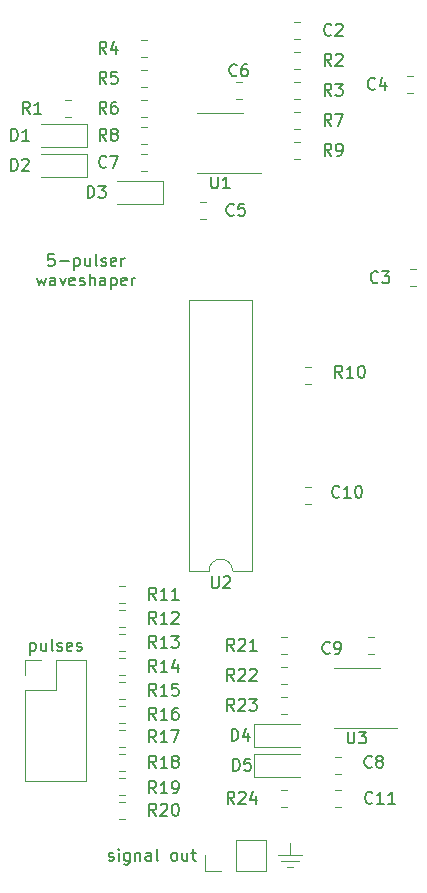
<source format=gbr>
G04 #@! TF.GenerationSoftware,KiCad,Pcbnew,5.1.6-c6e7f7d~86~ubuntu18.04.1*
G04 #@! TF.CreationDate,2020-06-20T09:56:21-04:00*
G04 #@! TF.ProjectId,five_pulser_board,66697665-5f70-4756-9c73-65725f626f61,rev?*
G04 #@! TF.SameCoordinates,Original*
G04 #@! TF.FileFunction,Legend,Top*
G04 #@! TF.FilePolarity,Positive*
%FSLAX46Y46*%
G04 Gerber Fmt 4.6, Leading zero omitted, Abs format (unit mm)*
G04 Created by KiCad (PCBNEW 5.1.6-c6e7f7d~86~ubuntu18.04.1) date 2020-06-20 09:56:21*
%MOMM*%
%LPD*%
G01*
G04 APERTURE LIST*
%ADD10C,0.120000*%
%ADD11C,0.150000*%
G04 APERTURE END LIST*
D10*
X101092000Y-113030000D02*
X101092000Y-112014000D01*
X101854000Y-113030000D02*
X102108000Y-113030000D01*
X101600000Y-113538000D02*
X101854000Y-113538000D01*
X101092000Y-114046000D02*
X101346000Y-114046000D01*
X101600000Y-113030000D02*
X101854000Y-113030000D01*
X101346000Y-113538000D02*
X101600000Y-113538000D01*
X100838000Y-114046000D02*
X101092000Y-114046000D01*
X100330000Y-113538000D02*
X101346000Y-113538000D01*
X100076000Y-113030000D02*
X101600000Y-113030000D01*
D11*
X85765142Y-113434761D02*
X85860380Y-113482380D01*
X86050857Y-113482380D01*
X86146095Y-113434761D01*
X86193714Y-113339523D01*
X86193714Y-113291904D01*
X86146095Y-113196666D01*
X86050857Y-113149047D01*
X85908000Y-113149047D01*
X85812761Y-113101428D01*
X85765142Y-113006190D01*
X85765142Y-112958571D01*
X85812761Y-112863333D01*
X85908000Y-112815714D01*
X86050857Y-112815714D01*
X86146095Y-112863333D01*
X86622285Y-113482380D02*
X86622285Y-112815714D01*
X86622285Y-112482380D02*
X86574666Y-112530000D01*
X86622285Y-112577619D01*
X86669904Y-112530000D01*
X86622285Y-112482380D01*
X86622285Y-112577619D01*
X87527047Y-112815714D02*
X87527047Y-113625238D01*
X87479428Y-113720476D01*
X87431809Y-113768095D01*
X87336571Y-113815714D01*
X87193714Y-113815714D01*
X87098476Y-113768095D01*
X87527047Y-113434761D02*
X87431809Y-113482380D01*
X87241333Y-113482380D01*
X87146095Y-113434761D01*
X87098476Y-113387142D01*
X87050857Y-113291904D01*
X87050857Y-113006190D01*
X87098476Y-112910952D01*
X87146095Y-112863333D01*
X87241333Y-112815714D01*
X87431809Y-112815714D01*
X87527047Y-112863333D01*
X88003238Y-112815714D02*
X88003238Y-113482380D01*
X88003238Y-112910952D02*
X88050857Y-112863333D01*
X88146095Y-112815714D01*
X88288952Y-112815714D01*
X88384190Y-112863333D01*
X88431809Y-112958571D01*
X88431809Y-113482380D01*
X89336571Y-113482380D02*
X89336571Y-112958571D01*
X89288952Y-112863333D01*
X89193714Y-112815714D01*
X89003238Y-112815714D01*
X88908000Y-112863333D01*
X89336571Y-113434761D02*
X89241333Y-113482380D01*
X89003238Y-113482380D01*
X88908000Y-113434761D01*
X88860380Y-113339523D01*
X88860380Y-113244285D01*
X88908000Y-113149047D01*
X89003238Y-113101428D01*
X89241333Y-113101428D01*
X89336571Y-113053809D01*
X89955619Y-113482380D02*
X89860380Y-113434761D01*
X89812761Y-113339523D01*
X89812761Y-112482380D01*
X91241333Y-113482380D02*
X91146095Y-113434761D01*
X91098476Y-113387142D01*
X91050857Y-113291904D01*
X91050857Y-113006190D01*
X91098476Y-112910952D01*
X91146095Y-112863333D01*
X91241333Y-112815714D01*
X91384190Y-112815714D01*
X91479428Y-112863333D01*
X91527047Y-112910952D01*
X91574666Y-113006190D01*
X91574666Y-113291904D01*
X91527047Y-113387142D01*
X91479428Y-113434761D01*
X91384190Y-113482380D01*
X91241333Y-113482380D01*
X92431809Y-112815714D02*
X92431809Y-113482380D01*
X92003238Y-112815714D02*
X92003238Y-113339523D01*
X92050857Y-113434761D01*
X92146095Y-113482380D01*
X92288952Y-113482380D01*
X92384190Y-113434761D01*
X92431809Y-113387142D01*
X92765142Y-112815714D02*
X93146095Y-112815714D01*
X92908000Y-112482380D02*
X92908000Y-113339523D01*
X92955619Y-113434761D01*
X93050857Y-113482380D01*
X93146095Y-113482380D01*
X79113333Y-95035714D02*
X79113333Y-96035714D01*
X79113333Y-95083333D02*
X79208571Y-95035714D01*
X79399047Y-95035714D01*
X79494285Y-95083333D01*
X79541904Y-95130952D01*
X79589523Y-95226190D01*
X79589523Y-95511904D01*
X79541904Y-95607142D01*
X79494285Y-95654761D01*
X79399047Y-95702380D01*
X79208571Y-95702380D01*
X79113333Y-95654761D01*
X80446666Y-95035714D02*
X80446666Y-95702380D01*
X80018095Y-95035714D02*
X80018095Y-95559523D01*
X80065714Y-95654761D01*
X80160952Y-95702380D01*
X80303809Y-95702380D01*
X80399047Y-95654761D01*
X80446666Y-95607142D01*
X81065714Y-95702380D02*
X80970476Y-95654761D01*
X80922857Y-95559523D01*
X80922857Y-94702380D01*
X81399047Y-95654761D02*
X81494285Y-95702380D01*
X81684761Y-95702380D01*
X81780000Y-95654761D01*
X81827619Y-95559523D01*
X81827619Y-95511904D01*
X81780000Y-95416666D01*
X81684761Y-95369047D01*
X81541904Y-95369047D01*
X81446666Y-95321428D01*
X81399047Y-95226190D01*
X81399047Y-95178571D01*
X81446666Y-95083333D01*
X81541904Y-95035714D01*
X81684761Y-95035714D01*
X81780000Y-95083333D01*
X82637142Y-95654761D02*
X82541904Y-95702380D01*
X82351428Y-95702380D01*
X82256190Y-95654761D01*
X82208571Y-95559523D01*
X82208571Y-95178571D01*
X82256190Y-95083333D01*
X82351428Y-95035714D01*
X82541904Y-95035714D01*
X82637142Y-95083333D01*
X82684761Y-95178571D01*
X82684761Y-95273809D01*
X82208571Y-95369047D01*
X83065714Y-95654761D02*
X83160952Y-95702380D01*
X83351428Y-95702380D01*
X83446666Y-95654761D01*
X83494285Y-95559523D01*
X83494285Y-95511904D01*
X83446666Y-95416666D01*
X83351428Y-95369047D01*
X83208571Y-95369047D01*
X83113333Y-95321428D01*
X83065714Y-95226190D01*
X83065714Y-95178571D01*
X83113333Y-95083333D01*
X83208571Y-95035714D01*
X83351428Y-95035714D01*
X83446666Y-95083333D01*
X81129523Y-62127380D02*
X80653333Y-62127380D01*
X80605714Y-62603571D01*
X80653333Y-62555952D01*
X80748571Y-62508333D01*
X80986666Y-62508333D01*
X81081904Y-62555952D01*
X81129523Y-62603571D01*
X81177142Y-62698809D01*
X81177142Y-62936904D01*
X81129523Y-63032142D01*
X81081904Y-63079761D01*
X80986666Y-63127380D01*
X80748571Y-63127380D01*
X80653333Y-63079761D01*
X80605714Y-63032142D01*
X81605714Y-62746428D02*
X82367619Y-62746428D01*
X82843809Y-62460714D02*
X82843809Y-63460714D01*
X82843809Y-62508333D02*
X82939047Y-62460714D01*
X83129523Y-62460714D01*
X83224761Y-62508333D01*
X83272380Y-62555952D01*
X83320000Y-62651190D01*
X83320000Y-62936904D01*
X83272380Y-63032142D01*
X83224761Y-63079761D01*
X83129523Y-63127380D01*
X82939047Y-63127380D01*
X82843809Y-63079761D01*
X84177142Y-62460714D02*
X84177142Y-63127380D01*
X83748571Y-62460714D02*
X83748571Y-62984523D01*
X83796190Y-63079761D01*
X83891428Y-63127380D01*
X84034285Y-63127380D01*
X84129523Y-63079761D01*
X84177142Y-63032142D01*
X84796190Y-63127380D02*
X84700952Y-63079761D01*
X84653333Y-62984523D01*
X84653333Y-62127380D01*
X85129523Y-63079761D02*
X85224761Y-63127380D01*
X85415238Y-63127380D01*
X85510476Y-63079761D01*
X85558095Y-62984523D01*
X85558095Y-62936904D01*
X85510476Y-62841666D01*
X85415238Y-62794047D01*
X85272380Y-62794047D01*
X85177142Y-62746428D01*
X85129523Y-62651190D01*
X85129523Y-62603571D01*
X85177142Y-62508333D01*
X85272380Y-62460714D01*
X85415238Y-62460714D01*
X85510476Y-62508333D01*
X86367619Y-63079761D02*
X86272380Y-63127380D01*
X86081904Y-63127380D01*
X85986666Y-63079761D01*
X85939047Y-62984523D01*
X85939047Y-62603571D01*
X85986666Y-62508333D01*
X86081904Y-62460714D01*
X86272380Y-62460714D01*
X86367619Y-62508333D01*
X86415238Y-62603571D01*
X86415238Y-62698809D01*
X85939047Y-62794047D01*
X86843809Y-63127380D02*
X86843809Y-62460714D01*
X86843809Y-62651190D02*
X86891428Y-62555952D01*
X86939047Y-62508333D01*
X87034285Y-62460714D01*
X87129523Y-62460714D01*
X79677142Y-64110714D02*
X79867619Y-64777380D01*
X80058095Y-64301190D01*
X80248571Y-64777380D01*
X80439047Y-64110714D01*
X81248571Y-64777380D02*
X81248571Y-64253571D01*
X81200952Y-64158333D01*
X81105714Y-64110714D01*
X80915238Y-64110714D01*
X80820000Y-64158333D01*
X81248571Y-64729761D02*
X81153333Y-64777380D01*
X80915238Y-64777380D01*
X80820000Y-64729761D01*
X80772380Y-64634523D01*
X80772380Y-64539285D01*
X80820000Y-64444047D01*
X80915238Y-64396428D01*
X81153333Y-64396428D01*
X81248571Y-64348809D01*
X81629523Y-64110714D02*
X81867619Y-64777380D01*
X82105714Y-64110714D01*
X82867619Y-64729761D02*
X82772380Y-64777380D01*
X82581904Y-64777380D01*
X82486666Y-64729761D01*
X82439047Y-64634523D01*
X82439047Y-64253571D01*
X82486666Y-64158333D01*
X82581904Y-64110714D01*
X82772380Y-64110714D01*
X82867619Y-64158333D01*
X82915238Y-64253571D01*
X82915238Y-64348809D01*
X82439047Y-64444047D01*
X83296190Y-64729761D02*
X83391428Y-64777380D01*
X83581904Y-64777380D01*
X83677142Y-64729761D01*
X83724761Y-64634523D01*
X83724761Y-64586904D01*
X83677142Y-64491666D01*
X83581904Y-64444047D01*
X83439047Y-64444047D01*
X83343809Y-64396428D01*
X83296190Y-64301190D01*
X83296190Y-64253571D01*
X83343809Y-64158333D01*
X83439047Y-64110714D01*
X83581904Y-64110714D01*
X83677142Y-64158333D01*
X84153333Y-64777380D02*
X84153333Y-63777380D01*
X84581904Y-64777380D02*
X84581904Y-64253571D01*
X84534285Y-64158333D01*
X84439047Y-64110714D01*
X84296190Y-64110714D01*
X84200952Y-64158333D01*
X84153333Y-64205952D01*
X85486666Y-64777380D02*
X85486666Y-64253571D01*
X85439047Y-64158333D01*
X85343809Y-64110714D01*
X85153333Y-64110714D01*
X85058095Y-64158333D01*
X85486666Y-64729761D02*
X85391428Y-64777380D01*
X85153333Y-64777380D01*
X85058095Y-64729761D01*
X85010476Y-64634523D01*
X85010476Y-64539285D01*
X85058095Y-64444047D01*
X85153333Y-64396428D01*
X85391428Y-64396428D01*
X85486666Y-64348809D01*
X85962857Y-64110714D02*
X85962857Y-65110714D01*
X85962857Y-64158333D02*
X86058095Y-64110714D01*
X86248571Y-64110714D01*
X86343809Y-64158333D01*
X86391428Y-64205952D01*
X86439047Y-64301190D01*
X86439047Y-64586904D01*
X86391428Y-64682142D01*
X86343809Y-64729761D01*
X86248571Y-64777380D01*
X86058095Y-64777380D01*
X85962857Y-64729761D01*
X87248571Y-64729761D02*
X87153333Y-64777380D01*
X86962857Y-64777380D01*
X86867619Y-64729761D01*
X86820000Y-64634523D01*
X86820000Y-64253571D01*
X86867619Y-64158333D01*
X86962857Y-64110714D01*
X87153333Y-64110714D01*
X87248571Y-64158333D01*
X87296190Y-64253571D01*
X87296190Y-64348809D01*
X86820000Y-64444047D01*
X87724761Y-64777380D02*
X87724761Y-64110714D01*
X87724761Y-64301190D02*
X87772380Y-64205952D01*
X87820000Y-64158333D01*
X87915238Y-64110714D01*
X88010476Y-64110714D01*
D10*
X78680000Y-106740000D02*
X83880000Y-106740000D01*
X78680000Y-99060000D02*
X78680000Y-106740000D01*
X83880000Y-96460000D02*
X83880000Y-106740000D01*
X78680000Y-99060000D02*
X81280000Y-99060000D01*
X81280000Y-99060000D02*
X81280000Y-96460000D01*
X81280000Y-96460000D02*
X83880000Y-96460000D01*
X78680000Y-97790000D02*
X78680000Y-96460000D01*
X78680000Y-96460000D02*
X80010000Y-96460000D01*
X106745000Y-97135000D02*
X104795000Y-97135000D01*
X106745000Y-97135000D02*
X108695000Y-97135000D01*
X106745000Y-102255000D02*
X104795000Y-102255000D01*
X106745000Y-102255000D02*
X110195000Y-102255000D01*
X96250000Y-88960000D02*
X97900000Y-88960000D01*
X97900000Y-88960000D02*
X97900000Y-65980000D01*
X97900000Y-65980000D02*
X92600000Y-65980000D01*
X92600000Y-65980000D02*
X92600000Y-88960000D01*
X92600000Y-88960000D02*
X94250000Y-88960000D01*
X94250000Y-88960000D02*
G75*
G02*
X96250000Y-88960000I1000000J0D01*
G01*
X95185000Y-50145000D02*
X93235000Y-50145000D01*
X95185000Y-50145000D02*
X97135000Y-50145000D01*
X95185000Y-55265000D02*
X93235000Y-55265000D01*
X95185000Y-55265000D02*
X98635000Y-55265000D01*
X100322748Y-107494000D02*
X100845252Y-107494000D01*
X100322748Y-108914000D02*
X100845252Y-108914000D01*
X100313748Y-99620000D02*
X100836252Y-99620000D01*
X100313748Y-101040000D02*
X100836252Y-101040000D01*
X100313748Y-97080000D02*
X100836252Y-97080000D01*
X100313748Y-98500000D02*
X100836252Y-98500000D01*
X100836252Y-95960000D02*
X100313748Y-95960000D01*
X100836252Y-94540000D02*
X100313748Y-94540000D01*
X87138252Y-109930000D02*
X86615748Y-109930000D01*
X87138252Y-108510000D02*
X86615748Y-108510000D01*
X86615748Y-106478000D02*
X87138252Y-106478000D01*
X86615748Y-107898000D02*
X87138252Y-107898000D01*
X87138252Y-105866000D02*
X86615748Y-105866000D01*
X87138252Y-104446000D02*
X86615748Y-104446000D01*
X86615748Y-102414000D02*
X87138252Y-102414000D01*
X86615748Y-103834000D02*
X87138252Y-103834000D01*
X87120252Y-101802000D02*
X86597748Y-101802000D01*
X87120252Y-100382000D02*
X86597748Y-100382000D01*
X86597748Y-98350000D02*
X87120252Y-98350000D01*
X86597748Y-99770000D02*
X87120252Y-99770000D01*
X87138252Y-97738000D02*
X86615748Y-97738000D01*
X87138252Y-96318000D02*
X86615748Y-96318000D01*
X86615748Y-94286000D02*
X87138252Y-94286000D01*
X86615748Y-95706000D02*
X87138252Y-95706000D01*
X87138252Y-93674000D02*
X86615748Y-93674000D01*
X87138252Y-92254000D02*
X86615748Y-92254000D01*
X86615748Y-90222000D02*
X87138252Y-90222000D01*
X86615748Y-91642000D02*
X87138252Y-91642000D01*
X102363748Y-71680000D02*
X102886252Y-71680000D01*
X102363748Y-73100000D02*
X102886252Y-73100000D01*
X101997252Y-54050000D02*
X101474748Y-54050000D01*
X101997252Y-52630000D02*
X101474748Y-52630000D01*
X88502748Y-51360000D02*
X89025252Y-51360000D01*
X88502748Y-52780000D02*
X89025252Y-52780000D01*
X101474748Y-50090000D02*
X101997252Y-50090000D01*
X101474748Y-51510000D02*
X101997252Y-51510000D01*
X89025252Y-50494000D02*
X88502748Y-50494000D01*
X89025252Y-49074000D02*
X88502748Y-49074000D01*
X89034252Y-47954000D02*
X88511748Y-47954000D01*
X89034252Y-46534000D02*
X88511748Y-46534000D01*
X89025252Y-45414000D02*
X88502748Y-45414000D01*
X89025252Y-43994000D02*
X88502748Y-43994000D01*
X101997252Y-48970000D02*
X101474748Y-48970000D01*
X101997252Y-47550000D02*
X101474748Y-47550000D01*
X101997252Y-46430000D02*
X101474748Y-46430000D01*
X101997252Y-45010000D02*
X101474748Y-45010000D01*
X82548252Y-50494000D02*
X82025748Y-50494000D01*
X82548252Y-49074000D02*
X82025748Y-49074000D01*
X99120000Y-114360000D02*
X99120000Y-111700000D01*
X96520000Y-114360000D02*
X99120000Y-114360000D01*
X96520000Y-111700000D02*
X99120000Y-111700000D01*
X96520000Y-114360000D02*
X96520000Y-111700000D01*
X95250000Y-114360000D02*
X93920000Y-114360000D01*
X93920000Y-114360000D02*
X93920000Y-113030000D01*
X98080000Y-104410000D02*
X98080000Y-106410000D01*
X98080000Y-106410000D02*
X101980000Y-106410000D01*
X98080000Y-104410000D02*
X101980000Y-104410000D01*
X98080000Y-101870000D02*
X98080000Y-103870000D01*
X98080000Y-103870000D02*
X101980000Y-103870000D01*
X98080000Y-101870000D02*
X101980000Y-101870000D01*
X90389000Y-57896000D02*
X90389000Y-55896000D01*
X90389000Y-55896000D02*
X86489000Y-55896000D01*
X90389000Y-57896000D02*
X86489000Y-57896000D01*
X83912000Y-55610000D02*
X83912000Y-53610000D01*
X83912000Y-53610000D02*
X80012000Y-53610000D01*
X83912000Y-55610000D02*
X80012000Y-55610000D01*
X83912000Y-53070000D02*
X83912000Y-51070000D01*
X83912000Y-51070000D02*
X80012000Y-51070000D01*
X83912000Y-53070000D02*
X80012000Y-53070000D01*
X104903748Y-107494000D02*
X105426252Y-107494000D01*
X104903748Y-108914000D02*
X105426252Y-108914000D01*
X102363748Y-81840000D02*
X102886252Y-81840000D01*
X102363748Y-83260000D02*
X102886252Y-83260000D01*
X107688748Y-94540000D02*
X108211252Y-94540000D01*
X107688748Y-95960000D02*
X108211252Y-95960000D01*
X104903748Y-104700000D02*
X105426252Y-104700000D01*
X104903748Y-106120000D02*
X105426252Y-106120000D01*
X88502748Y-53646000D02*
X89025252Y-53646000D01*
X88502748Y-55066000D02*
X89025252Y-55066000D01*
X96503748Y-47550000D02*
X97026252Y-47550000D01*
X96503748Y-48970000D02*
X97026252Y-48970000D01*
X93473748Y-57710000D02*
X93996252Y-57710000D01*
X93473748Y-59130000D02*
X93996252Y-59130000D01*
X111522252Y-48462000D02*
X110999748Y-48462000D01*
X111522252Y-47042000D02*
X110999748Y-47042000D01*
X111253748Y-63425000D02*
X111776252Y-63425000D01*
X111253748Y-64845000D02*
X111776252Y-64845000D01*
X101474748Y-42470000D02*
X101997252Y-42470000D01*
X101474748Y-43890000D02*
X101997252Y-43890000D01*
D11*
X105983095Y-102547380D02*
X105983095Y-103356904D01*
X106030714Y-103452142D01*
X106078333Y-103499761D01*
X106173571Y-103547380D01*
X106364047Y-103547380D01*
X106459285Y-103499761D01*
X106506904Y-103452142D01*
X106554523Y-103356904D01*
X106554523Y-102547380D01*
X106935476Y-102547380D02*
X107554523Y-102547380D01*
X107221190Y-102928333D01*
X107364047Y-102928333D01*
X107459285Y-102975952D01*
X107506904Y-103023571D01*
X107554523Y-103118809D01*
X107554523Y-103356904D01*
X107506904Y-103452142D01*
X107459285Y-103499761D01*
X107364047Y-103547380D01*
X107078333Y-103547380D01*
X106983095Y-103499761D01*
X106935476Y-103452142D01*
X94488095Y-89412380D02*
X94488095Y-90221904D01*
X94535714Y-90317142D01*
X94583333Y-90364761D01*
X94678571Y-90412380D01*
X94869047Y-90412380D01*
X94964285Y-90364761D01*
X95011904Y-90317142D01*
X95059523Y-90221904D01*
X95059523Y-89412380D01*
X95488095Y-89507619D02*
X95535714Y-89460000D01*
X95630952Y-89412380D01*
X95869047Y-89412380D01*
X95964285Y-89460000D01*
X96011904Y-89507619D01*
X96059523Y-89602857D01*
X96059523Y-89698095D01*
X96011904Y-89840952D01*
X95440476Y-90412380D01*
X96059523Y-90412380D01*
X94423095Y-55557380D02*
X94423095Y-56366904D01*
X94470714Y-56462142D01*
X94518333Y-56509761D01*
X94613571Y-56557380D01*
X94804047Y-56557380D01*
X94899285Y-56509761D01*
X94946904Y-56462142D01*
X94994523Y-56366904D01*
X94994523Y-55557380D01*
X95994523Y-56557380D02*
X95423095Y-56557380D01*
X95708809Y-56557380D02*
X95708809Y-55557380D01*
X95613571Y-55700238D01*
X95518333Y-55795476D01*
X95423095Y-55843095D01*
X96394142Y-108656380D02*
X96060809Y-108180190D01*
X95822714Y-108656380D02*
X95822714Y-107656380D01*
X96203666Y-107656380D01*
X96298904Y-107704000D01*
X96346523Y-107751619D01*
X96394142Y-107846857D01*
X96394142Y-107989714D01*
X96346523Y-108084952D01*
X96298904Y-108132571D01*
X96203666Y-108180190D01*
X95822714Y-108180190D01*
X96775095Y-107751619D02*
X96822714Y-107704000D01*
X96917952Y-107656380D01*
X97156047Y-107656380D01*
X97251285Y-107704000D01*
X97298904Y-107751619D01*
X97346523Y-107846857D01*
X97346523Y-107942095D01*
X97298904Y-108084952D01*
X96727476Y-108656380D01*
X97346523Y-108656380D01*
X98203666Y-107989714D02*
X98203666Y-108656380D01*
X97965571Y-107608761D02*
X97727476Y-108323047D01*
X98346523Y-108323047D01*
X96385142Y-100782380D02*
X96051809Y-100306190D01*
X95813714Y-100782380D02*
X95813714Y-99782380D01*
X96194666Y-99782380D01*
X96289904Y-99830000D01*
X96337523Y-99877619D01*
X96385142Y-99972857D01*
X96385142Y-100115714D01*
X96337523Y-100210952D01*
X96289904Y-100258571D01*
X96194666Y-100306190D01*
X95813714Y-100306190D01*
X96766095Y-99877619D02*
X96813714Y-99830000D01*
X96908952Y-99782380D01*
X97147047Y-99782380D01*
X97242285Y-99830000D01*
X97289904Y-99877619D01*
X97337523Y-99972857D01*
X97337523Y-100068095D01*
X97289904Y-100210952D01*
X96718476Y-100782380D01*
X97337523Y-100782380D01*
X97670857Y-99782380D02*
X98289904Y-99782380D01*
X97956571Y-100163333D01*
X98099428Y-100163333D01*
X98194666Y-100210952D01*
X98242285Y-100258571D01*
X98289904Y-100353809D01*
X98289904Y-100591904D01*
X98242285Y-100687142D01*
X98194666Y-100734761D01*
X98099428Y-100782380D01*
X97813714Y-100782380D01*
X97718476Y-100734761D01*
X97670857Y-100687142D01*
X96385142Y-98242380D02*
X96051809Y-97766190D01*
X95813714Y-98242380D02*
X95813714Y-97242380D01*
X96194666Y-97242380D01*
X96289904Y-97290000D01*
X96337523Y-97337619D01*
X96385142Y-97432857D01*
X96385142Y-97575714D01*
X96337523Y-97670952D01*
X96289904Y-97718571D01*
X96194666Y-97766190D01*
X95813714Y-97766190D01*
X96766095Y-97337619D02*
X96813714Y-97290000D01*
X96908952Y-97242380D01*
X97147047Y-97242380D01*
X97242285Y-97290000D01*
X97289904Y-97337619D01*
X97337523Y-97432857D01*
X97337523Y-97528095D01*
X97289904Y-97670952D01*
X96718476Y-98242380D01*
X97337523Y-98242380D01*
X97718476Y-97337619D02*
X97766095Y-97290000D01*
X97861333Y-97242380D01*
X98099428Y-97242380D01*
X98194666Y-97290000D01*
X98242285Y-97337619D01*
X98289904Y-97432857D01*
X98289904Y-97528095D01*
X98242285Y-97670952D01*
X97670857Y-98242380D01*
X98289904Y-98242380D01*
X96385142Y-95702380D02*
X96051809Y-95226190D01*
X95813714Y-95702380D02*
X95813714Y-94702380D01*
X96194666Y-94702380D01*
X96289904Y-94750000D01*
X96337523Y-94797619D01*
X96385142Y-94892857D01*
X96385142Y-95035714D01*
X96337523Y-95130952D01*
X96289904Y-95178571D01*
X96194666Y-95226190D01*
X95813714Y-95226190D01*
X96766095Y-94797619D02*
X96813714Y-94750000D01*
X96908952Y-94702380D01*
X97147047Y-94702380D01*
X97242285Y-94750000D01*
X97289904Y-94797619D01*
X97337523Y-94892857D01*
X97337523Y-94988095D01*
X97289904Y-95130952D01*
X96718476Y-95702380D01*
X97337523Y-95702380D01*
X98289904Y-95702380D02*
X97718476Y-95702380D01*
X98004190Y-95702380D02*
X98004190Y-94702380D01*
X97908952Y-94845238D01*
X97813714Y-94940476D01*
X97718476Y-94988095D01*
X89781142Y-109672380D02*
X89447809Y-109196190D01*
X89209714Y-109672380D02*
X89209714Y-108672380D01*
X89590666Y-108672380D01*
X89685904Y-108720000D01*
X89733523Y-108767619D01*
X89781142Y-108862857D01*
X89781142Y-109005714D01*
X89733523Y-109100952D01*
X89685904Y-109148571D01*
X89590666Y-109196190D01*
X89209714Y-109196190D01*
X90162095Y-108767619D02*
X90209714Y-108720000D01*
X90304952Y-108672380D01*
X90543047Y-108672380D01*
X90638285Y-108720000D01*
X90685904Y-108767619D01*
X90733523Y-108862857D01*
X90733523Y-108958095D01*
X90685904Y-109100952D01*
X90114476Y-109672380D01*
X90733523Y-109672380D01*
X91352571Y-108672380D02*
X91447809Y-108672380D01*
X91543047Y-108720000D01*
X91590666Y-108767619D01*
X91638285Y-108862857D01*
X91685904Y-109053333D01*
X91685904Y-109291428D01*
X91638285Y-109481904D01*
X91590666Y-109577142D01*
X91543047Y-109624761D01*
X91447809Y-109672380D01*
X91352571Y-109672380D01*
X91257333Y-109624761D01*
X91209714Y-109577142D01*
X91162095Y-109481904D01*
X91114476Y-109291428D01*
X91114476Y-109053333D01*
X91162095Y-108862857D01*
X91209714Y-108767619D01*
X91257333Y-108720000D01*
X91352571Y-108672380D01*
X89781142Y-107767380D02*
X89447809Y-107291190D01*
X89209714Y-107767380D02*
X89209714Y-106767380D01*
X89590666Y-106767380D01*
X89685904Y-106815000D01*
X89733523Y-106862619D01*
X89781142Y-106957857D01*
X89781142Y-107100714D01*
X89733523Y-107195952D01*
X89685904Y-107243571D01*
X89590666Y-107291190D01*
X89209714Y-107291190D01*
X90733523Y-107767380D02*
X90162095Y-107767380D01*
X90447809Y-107767380D02*
X90447809Y-106767380D01*
X90352571Y-106910238D01*
X90257333Y-107005476D01*
X90162095Y-107053095D01*
X91209714Y-107767380D02*
X91400190Y-107767380D01*
X91495428Y-107719761D01*
X91543047Y-107672142D01*
X91638285Y-107529285D01*
X91685904Y-107338809D01*
X91685904Y-106957857D01*
X91638285Y-106862619D01*
X91590666Y-106815000D01*
X91495428Y-106767380D01*
X91304952Y-106767380D01*
X91209714Y-106815000D01*
X91162095Y-106862619D01*
X91114476Y-106957857D01*
X91114476Y-107195952D01*
X91162095Y-107291190D01*
X91209714Y-107338809D01*
X91304952Y-107386428D01*
X91495428Y-107386428D01*
X91590666Y-107338809D01*
X91638285Y-107291190D01*
X91685904Y-107195952D01*
X89781142Y-105608380D02*
X89447809Y-105132190D01*
X89209714Y-105608380D02*
X89209714Y-104608380D01*
X89590666Y-104608380D01*
X89685904Y-104656000D01*
X89733523Y-104703619D01*
X89781142Y-104798857D01*
X89781142Y-104941714D01*
X89733523Y-105036952D01*
X89685904Y-105084571D01*
X89590666Y-105132190D01*
X89209714Y-105132190D01*
X90733523Y-105608380D02*
X90162095Y-105608380D01*
X90447809Y-105608380D02*
X90447809Y-104608380D01*
X90352571Y-104751238D01*
X90257333Y-104846476D01*
X90162095Y-104894095D01*
X91304952Y-105036952D02*
X91209714Y-104989333D01*
X91162095Y-104941714D01*
X91114476Y-104846476D01*
X91114476Y-104798857D01*
X91162095Y-104703619D01*
X91209714Y-104656000D01*
X91304952Y-104608380D01*
X91495428Y-104608380D01*
X91590666Y-104656000D01*
X91638285Y-104703619D01*
X91685904Y-104798857D01*
X91685904Y-104846476D01*
X91638285Y-104941714D01*
X91590666Y-104989333D01*
X91495428Y-105036952D01*
X91304952Y-105036952D01*
X91209714Y-105084571D01*
X91162095Y-105132190D01*
X91114476Y-105227428D01*
X91114476Y-105417904D01*
X91162095Y-105513142D01*
X91209714Y-105560761D01*
X91304952Y-105608380D01*
X91495428Y-105608380D01*
X91590666Y-105560761D01*
X91638285Y-105513142D01*
X91685904Y-105417904D01*
X91685904Y-105227428D01*
X91638285Y-105132190D01*
X91590666Y-105084571D01*
X91495428Y-105036952D01*
X89781142Y-103449380D02*
X89447809Y-102973190D01*
X89209714Y-103449380D02*
X89209714Y-102449380D01*
X89590666Y-102449380D01*
X89685904Y-102497000D01*
X89733523Y-102544619D01*
X89781142Y-102639857D01*
X89781142Y-102782714D01*
X89733523Y-102877952D01*
X89685904Y-102925571D01*
X89590666Y-102973190D01*
X89209714Y-102973190D01*
X90733523Y-103449380D02*
X90162095Y-103449380D01*
X90447809Y-103449380D02*
X90447809Y-102449380D01*
X90352571Y-102592238D01*
X90257333Y-102687476D01*
X90162095Y-102735095D01*
X91066857Y-102449380D02*
X91733523Y-102449380D01*
X91304952Y-103449380D01*
X89781142Y-101544380D02*
X89447809Y-101068190D01*
X89209714Y-101544380D02*
X89209714Y-100544380D01*
X89590666Y-100544380D01*
X89685904Y-100592000D01*
X89733523Y-100639619D01*
X89781142Y-100734857D01*
X89781142Y-100877714D01*
X89733523Y-100972952D01*
X89685904Y-101020571D01*
X89590666Y-101068190D01*
X89209714Y-101068190D01*
X90733523Y-101544380D02*
X90162095Y-101544380D01*
X90447809Y-101544380D02*
X90447809Y-100544380D01*
X90352571Y-100687238D01*
X90257333Y-100782476D01*
X90162095Y-100830095D01*
X91590666Y-100544380D02*
X91400190Y-100544380D01*
X91304952Y-100592000D01*
X91257333Y-100639619D01*
X91162095Y-100782476D01*
X91114476Y-100972952D01*
X91114476Y-101353904D01*
X91162095Y-101449142D01*
X91209714Y-101496761D01*
X91304952Y-101544380D01*
X91495428Y-101544380D01*
X91590666Y-101496761D01*
X91638285Y-101449142D01*
X91685904Y-101353904D01*
X91685904Y-101115809D01*
X91638285Y-101020571D01*
X91590666Y-100972952D01*
X91495428Y-100925333D01*
X91304952Y-100925333D01*
X91209714Y-100972952D01*
X91162095Y-101020571D01*
X91114476Y-101115809D01*
X89781142Y-99512380D02*
X89447809Y-99036190D01*
X89209714Y-99512380D02*
X89209714Y-98512380D01*
X89590666Y-98512380D01*
X89685904Y-98560000D01*
X89733523Y-98607619D01*
X89781142Y-98702857D01*
X89781142Y-98845714D01*
X89733523Y-98940952D01*
X89685904Y-98988571D01*
X89590666Y-99036190D01*
X89209714Y-99036190D01*
X90733523Y-99512380D02*
X90162095Y-99512380D01*
X90447809Y-99512380D02*
X90447809Y-98512380D01*
X90352571Y-98655238D01*
X90257333Y-98750476D01*
X90162095Y-98798095D01*
X91638285Y-98512380D02*
X91162095Y-98512380D01*
X91114476Y-98988571D01*
X91162095Y-98940952D01*
X91257333Y-98893333D01*
X91495428Y-98893333D01*
X91590666Y-98940952D01*
X91638285Y-98988571D01*
X91685904Y-99083809D01*
X91685904Y-99321904D01*
X91638285Y-99417142D01*
X91590666Y-99464761D01*
X91495428Y-99512380D01*
X91257333Y-99512380D01*
X91162095Y-99464761D01*
X91114476Y-99417142D01*
X89781142Y-97480380D02*
X89447809Y-97004190D01*
X89209714Y-97480380D02*
X89209714Y-96480380D01*
X89590666Y-96480380D01*
X89685904Y-96528000D01*
X89733523Y-96575619D01*
X89781142Y-96670857D01*
X89781142Y-96813714D01*
X89733523Y-96908952D01*
X89685904Y-96956571D01*
X89590666Y-97004190D01*
X89209714Y-97004190D01*
X90733523Y-97480380D02*
X90162095Y-97480380D01*
X90447809Y-97480380D02*
X90447809Y-96480380D01*
X90352571Y-96623238D01*
X90257333Y-96718476D01*
X90162095Y-96766095D01*
X91590666Y-96813714D02*
X91590666Y-97480380D01*
X91352571Y-96432761D02*
X91114476Y-97147047D01*
X91733523Y-97147047D01*
X89781142Y-95448380D02*
X89447809Y-94972190D01*
X89209714Y-95448380D02*
X89209714Y-94448380D01*
X89590666Y-94448380D01*
X89685904Y-94496000D01*
X89733523Y-94543619D01*
X89781142Y-94638857D01*
X89781142Y-94781714D01*
X89733523Y-94876952D01*
X89685904Y-94924571D01*
X89590666Y-94972190D01*
X89209714Y-94972190D01*
X90733523Y-95448380D02*
X90162095Y-95448380D01*
X90447809Y-95448380D02*
X90447809Y-94448380D01*
X90352571Y-94591238D01*
X90257333Y-94686476D01*
X90162095Y-94734095D01*
X91066857Y-94448380D02*
X91685904Y-94448380D01*
X91352571Y-94829333D01*
X91495428Y-94829333D01*
X91590666Y-94876952D01*
X91638285Y-94924571D01*
X91685904Y-95019809D01*
X91685904Y-95257904D01*
X91638285Y-95353142D01*
X91590666Y-95400761D01*
X91495428Y-95448380D01*
X91209714Y-95448380D01*
X91114476Y-95400761D01*
X91066857Y-95353142D01*
X89781142Y-93416380D02*
X89447809Y-92940190D01*
X89209714Y-93416380D02*
X89209714Y-92416380D01*
X89590666Y-92416380D01*
X89685904Y-92464000D01*
X89733523Y-92511619D01*
X89781142Y-92606857D01*
X89781142Y-92749714D01*
X89733523Y-92844952D01*
X89685904Y-92892571D01*
X89590666Y-92940190D01*
X89209714Y-92940190D01*
X90733523Y-93416380D02*
X90162095Y-93416380D01*
X90447809Y-93416380D02*
X90447809Y-92416380D01*
X90352571Y-92559238D01*
X90257333Y-92654476D01*
X90162095Y-92702095D01*
X91114476Y-92511619D02*
X91162095Y-92464000D01*
X91257333Y-92416380D01*
X91495428Y-92416380D01*
X91590666Y-92464000D01*
X91638285Y-92511619D01*
X91685904Y-92606857D01*
X91685904Y-92702095D01*
X91638285Y-92844952D01*
X91066857Y-93416380D01*
X91685904Y-93416380D01*
X89781142Y-91384380D02*
X89447809Y-90908190D01*
X89209714Y-91384380D02*
X89209714Y-90384380D01*
X89590666Y-90384380D01*
X89685904Y-90432000D01*
X89733523Y-90479619D01*
X89781142Y-90574857D01*
X89781142Y-90717714D01*
X89733523Y-90812952D01*
X89685904Y-90860571D01*
X89590666Y-90908190D01*
X89209714Y-90908190D01*
X90733523Y-91384380D02*
X90162095Y-91384380D01*
X90447809Y-91384380D02*
X90447809Y-90384380D01*
X90352571Y-90527238D01*
X90257333Y-90622476D01*
X90162095Y-90670095D01*
X91685904Y-91384380D02*
X91114476Y-91384380D01*
X91400190Y-91384380D02*
X91400190Y-90384380D01*
X91304952Y-90527238D01*
X91209714Y-90622476D01*
X91114476Y-90670095D01*
X105529142Y-72588380D02*
X105195809Y-72112190D01*
X104957714Y-72588380D02*
X104957714Y-71588380D01*
X105338666Y-71588380D01*
X105433904Y-71636000D01*
X105481523Y-71683619D01*
X105529142Y-71778857D01*
X105529142Y-71921714D01*
X105481523Y-72016952D01*
X105433904Y-72064571D01*
X105338666Y-72112190D01*
X104957714Y-72112190D01*
X106481523Y-72588380D02*
X105910095Y-72588380D01*
X106195809Y-72588380D02*
X106195809Y-71588380D01*
X106100571Y-71731238D01*
X106005333Y-71826476D01*
X105910095Y-71874095D01*
X107100571Y-71588380D02*
X107195809Y-71588380D01*
X107291047Y-71636000D01*
X107338666Y-71683619D01*
X107386285Y-71778857D01*
X107433904Y-71969333D01*
X107433904Y-72207428D01*
X107386285Y-72397904D01*
X107338666Y-72493142D01*
X107291047Y-72540761D01*
X107195809Y-72588380D01*
X107100571Y-72588380D01*
X107005333Y-72540761D01*
X106957714Y-72493142D01*
X106910095Y-72397904D01*
X106862476Y-72207428D01*
X106862476Y-71969333D01*
X106910095Y-71778857D01*
X106957714Y-71683619D01*
X107005333Y-71636000D01*
X107100571Y-71588380D01*
X104608333Y-53792380D02*
X104275000Y-53316190D01*
X104036904Y-53792380D02*
X104036904Y-52792380D01*
X104417857Y-52792380D01*
X104513095Y-52840000D01*
X104560714Y-52887619D01*
X104608333Y-52982857D01*
X104608333Y-53125714D01*
X104560714Y-53220952D01*
X104513095Y-53268571D01*
X104417857Y-53316190D01*
X104036904Y-53316190D01*
X105084523Y-53792380D02*
X105275000Y-53792380D01*
X105370238Y-53744761D01*
X105417857Y-53697142D01*
X105513095Y-53554285D01*
X105560714Y-53363809D01*
X105560714Y-52982857D01*
X105513095Y-52887619D01*
X105465476Y-52840000D01*
X105370238Y-52792380D01*
X105179761Y-52792380D01*
X105084523Y-52840000D01*
X105036904Y-52887619D01*
X104989285Y-52982857D01*
X104989285Y-53220952D01*
X105036904Y-53316190D01*
X105084523Y-53363809D01*
X105179761Y-53411428D01*
X105370238Y-53411428D01*
X105465476Y-53363809D01*
X105513095Y-53316190D01*
X105560714Y-53220952D01*
X85558333Y-52522380D02*
X85225000Y-52046190D01*
X84986904Y-52522380D02*
X84986904Y-51522380D01*
X85367857Y-51522380D01*
X85463095Y-51570000D01*
X85510714Y-51617619D01*
X85558333Y-51712857D01*
X85558333Y-51855714D01*
X85510714Y-51950952D01*
X85463095Y-51998571D01*
X85367857Y-52046190D01*
X84986904Y-52046190D01*
X86129761Y-51950952D02*
X86034523Y-51903333D01*
X85986904Y-51855714D01*
X85939285Y-51760476D01*
X85939285Y-51712857D01*
X85986904Y-51617619D01*
X86034523Y-51570000D01*
X86129761Y-51522380D01*
X86320238Y-51522380D01*
X86415476Y-51570000D01*
X86463095Y-51617619D01*
X86510714Y-51712857D01*
X86510714Y-51760476D01*
X86463095Y-51855714D01*
X86415476Y-51903333D01*
X86320238Y-51950952D01*
X86129761Y-51950952D01*
X86034523Y-51998571D01*
X85986904Y-52046190D01*
X85939285Y-52141428D01*
X85939285Y-52331904D01*
X85986904Y-52427142D01*
X86034523Y-52474761D01*
X86129761Y-52522380D01*
X86320238Y-52522380D01*
X86415476Y-52474761D01*
X86463095Y-52427142D01*
X86510714Y-52331904D01*
X86510714Y-52141428D01*
X86463095Y-52046190D01*
X86415476Y-51998571D01*
X86320238Y-51950952D01*
X104608333Y-51252380D02*
X104275000Y-50776190D01*
X104036904Y-51252380D02*
X104036904Y-50252380D01*
X104417857Y-50252380D01*
X104513095Y-50300000D01*
X104560714Y-50347619D01*
X104608333Y-50442857D01*
X104608333Y-50585714D01*
X104560714Y-50680952D01*
X104513095Y-50728571D01*
X104417857Y-50776190D01*
X104036904Y-50776190D01*
X104941666Y-50252380D02*
X105608333Y-50252380D01*
X105179761Y-51252380D01*
X85558333Y-50236380D02*
X85225000Y-49760190D01*
X84986904Y-50236380D02*
X84986904Y-49236380D01*
X85367857Y-49236380D01*
X85463095Y-49284000D01*
X85510714Y-49331619D01*
X85558333Y-49426857D01*
X85558333Y-49569714D01*
X85510714Y-49664952D01*
X85463095Y-49712571D01*
X85367857Y-49760190D01*
X84986904Y-49760190D01*
X86415476Y-49236380D02*
X86225000Y-49236380D01*
X86129761Y-49284000D01*
X86082142Y-49331619D01*
X85986904Y-49474476D01*
X85939285Y-49664952D01*
X85939285Y-50045904D01*
X85986904Y-50141142D01*
X86034523Y-50188761D01*
X86129761Y-50236380D01*
X86320238Y-50236380D01*
X86415476Y-50188761D01*
X86463095Y-50141142D01*
X86510714Y-50045904D01*
X86510714Y-49807809D01*
X86463095Y-49712571D01*
X86415476Y-49664952D01*
X86320238Y-49617333D01*
X86129761Y-49617333D01*
X86034523Y-49664952D01*
X85986904Y-49712571D01*
X85939285Y-49807809D01*
X85558333Y-47696380D02*
X85225000Y-47220190D01*
X84986904Y-47696380D02*
X84986904Y-46696380D01*
X85367857Y-46696380D01*
X85463095Y-46744000D01*
X85510714Y-46791619D01*
X85558333Y-46886857D01*
X85558333Y-47029714D01*
X85510714Y-47124952D01*
X85463095Y-47172571D01*
X85367857Y-47220190D01*
X84986904Y-47220190D01*
X86463095Y-46696380D02*
X85986904Y-46696380D01*
X85939285Y-47172571D01*
X85986904Y-47124952D01*
X86082142Y-47077333D01*
X86320238Y-47077333D01*
X86415476Y-47124952D01*
X86463095Y-47172571D01*
X86510714Y-47267809D01*
X86510714Y-47505904D01*
X86463095Y-47601142D01*
X86415476Y-47648761D01*
X86320238Y-47696380D01*
X86082142Y-47696380D01*
X85986904Y-47648761D01*
X85939285Y-47601142D01*
X85558333Y-45156380D02*
X85225000Y-44680190D01*
X84986904Y-45156380D02*
X84986904Y-44156380D01*
X85367857Y-44156380D01*
X85463095Y-44204000D01*
X85510714Y-44251619D01*
X85558333Y-44346857D01*
X85558333Y-44489714D01*
X85510714Y-44584952D01*
X85463095Y-44632571D01*
X85367857Y-44680190D01*
X84986904Y-44680190D01*
X86415476Y-44489714D02*
X86415476Y-45156380D01*
X86177380Y-44108761D02*
X85939285Y-44823047D01*
X86558333Y-44823047D01*
X104608333Y-48712380D02*
X104275000Y-48236190D01*
X104036904Y-48712380D02*
X104036904Y-47712380D01*
X104417857Y-47712380D01*
X104513095Y-47760000D01*
X104560714Y-47807619D01*
X104608333Y-47902857D01*
X104608333Y-48045714D01*
X104560714Y-48140952D01*
X104513095Y-48188571D01*
X104417857Y-48236190D01*
X104036904Y-48236190D01*
X104941666Y-47712380D02*
X105560714Y-47712380D01*
X105227380Y-48093333D01*
X105370238Y-48093333D01*
X105465476Y-48140952D01*
X105513095Y-48188571D01*
X105560714Y-48283809D01*
X105560714Y-48521904D01*
X105513095Y-48617142D01*
X105465476Y-48664761D01*
X105370238Y-48712380D01*
X105084523Y-48712380D01*
X104989285Y-48664761D01*
X104941666Y-48617142D01*
X104608333Y-46172380D02*
X104275000Y-45696190D01*
X104036904Y-46172380D02*
X104036904Y-45172380D01*
X104417857Y-45172380D01*
X104513095Y-45220000D01*
X104560714Y-45267619D01*
X104608333Y-45362857D01*
X104608333Y-45505714D01*
X104560714Y-45600952D01*
X104513095Y-45648571D01*
X104417857Y-45696190D01*
X104036904Y-45696190D01*
X104989285Y-45267619D02*
X105036904Y-45220000D01*
X105132142Y-45172380D01*
X105370238Y-45172380D01*
X105465476Y-45220000D01*
X105513095Y-45267619D01*
X105560714Y-45362857D01*
X105560714Y-45458095D01*
X105513095Y-45600952D01*
X104941666Y-46172380D01*
X105560714Y-46172380D01*
X79081333Y-50236380D02*
X78748000Y-49760190D01*
X78509904Y-50236380D02*
X78509904Y-49236380D01*
X78890857Y-49236380D01*
X78986095Y-49284000D01*
X79033714Y-49331619D01*
X79081333Y-49426857D01*
X79081333Y-49569714D01*
X79033714Y-49664952D01*
X78986095Y-49712571D01*
X78890857Y-49760190D01*
X78509904Y-49760190D01*
X80033714Y-50236380D02*
X79462285Y-50236380D01*
X79748000Y-50236380D02*
X79748000Y-49236380D01*
X79652761Y-49379238D01*
X79557523Y-49474476D01*
X79462285Y-49522095D01*
X96289904Y-105862380D02*
X96289904Y-104862380D01*
X96528000Y-104862380D01*
X96670857Y-104910000D01*
X96766095Y-105005238D01*
X96813714Y-105100476D01*
X96861333Y-105290952D01*
X96861333Y-105433809D01*
X96813714Y-105624285D01*
X96766095Y-105719523D01*
X96670857Y-105814761D01*
X96528000Y-105862380D01*
X96289904Y-105862380D01*
X97766095Y-104862380D02*
X97289904Y-104862380D01*
X97242285Y-105338571D01*
X97289904Y-105290952D01*
X97385142Y-105243333D01*
X97623238Y-105243333D01*
X97718476Y-105290952D01*
X97766095Y-105338571D01*
X97813714Y-105433809D01*
X97813714Y-105671904D01*
X97766095Y-105767142D01*
X97718476Y-105814761D01*
X97623238Y-105862380D01*
X97385142Y-105862380D01*
X97289904Y-105814761D01*
X97242285Y-105767142D01*
X96161904Y-103322380D02*
X96161904Y-102322380D01*
X96400000Y-102322380D01*
X96542857Y-102370000D01*
X96638095Y-102465238D01*
X96685714Y-102560476D01*
X96733333Y-102750952D01*
X96733333Y-102893809D01*
X96685714Y-103084285D01*
X96638095Y-103179523D01*
X96542857Y-103274761D01*
X96400000Y-103322380D01*
X96161904Y-103322380D01*
X97590476Y-102655714D02*
X97590476Y-103322380D01*
X97352380Y-102274761D02*
X97114285Y-102989047D01*
X97733333Y-102989047D01*
X83970904Y-57348380D02*
X83970904Y-56348380D01*
X84209000Y-56348380D01*
X84351857Y-56396000D01*
X84447095Y-56491238D01*
X84494714Y-56586476D01*
X84542333Y-56776952D01*
X84542333Y-56919809D01*
X84494714Y-57110285D01*
X84447095Y-57205523D01*
X84351857Y-57300761D01*
X84209000Y-57348380D01*
X83970904Y-57348380D01*
X84875666Y-56348380D02*
X85494714Y-56348380D01*
X85161380Y-56729333D01*
X85304238Y-56729333D01*
X85399476Y-56776952D01*
X85447095Y-56824571D01*
X85494714Y-56919809D01*
X85494714Y-57157904D01*
X85447095Y-57253142D01*
X85399476Y-57300761D01*
X85304238Y-57348380D01*
X85018523Y-57348380D01*
X84923285Y-57300761D01*
X84875666Y-57253142D01*
X77493904Y-55062380D02*
X77493904Y-54062380D01*
X77732000Y-54062380D01*
X77874857Y-54110000D01*
X77970095Y-54205238D01*
X78017714Y-54300476D01*
X78065333Y-54490952D01*
X78065333Y-54633809D01*
X78017714Y-54824285D01*
X77970095Y-54919523D01*
X77874857Y-55014761D01*
X77732000Y-55062380D01*
X77493904Y-55062380D01*
X78446285Y-54157619D02*
X78493904Y-54110000D01*
X78589142Y-54062380D01*
X78827238Y-54062380D01*
X78922476Y-54110000D01*
X78970095Y-54157619D01*
X79017714Y-54252857D01*
X79017714Y-54348095D01*
X78970095Y-54490952D01*
X78398666Y-55062380D01*
X79017714Y-55062380D01*
X77493904Y-52522380D02*
X77493904Y-51522380D01*
X77732000Y-51522380D01*
X77874857Y-51570000D01*
X77970095Y-51665238D01*
X78017714Y-51760476D01*
X78065333Y-51950952D01*
X78065333Y-52093809D01*
X78017714Y-52284285D01*
X77970095Y-52379523D01*
X77874857Y-52474761D01*
X77732000Y-52522380D01*
X77493904Y-52522380D01*
X79017714Y-52522380D02*
X78446285Y-52522380D01*
X78732000Y-52522380D02*
X78732000Y-51522380D01*
X78636761Y-51665238D01*
X78541523Y-51760476D01*
X78446285Y-51808095D01*
X108087142Y-108561142D02*
X108039523Y-108608761D01*
X107896666Y-108656380D01*
X107801428Y-108656380D01*
X107658571Y-108608761D01*
X107563333Y-108513523D01*
X107515714Y-108418285D01*
X107468095Y-108227809D01*
X107468095Y-108084952D01*
X107515714Y-107894476D01*
X107563333Y-107799238D01*
X107658571Y-107704000D01*
X107801428Y-107656380D01*
X107896666Y-107656380D01*
X108039523Y-107704000D01*
X108087142Y-107751619D01*
X109039523Y-108656380D02*
X108468095Y-108656380D01*
X108753809Y-108656380D02*
X108753809Y-107656380D01*
X108658571Y-107799238D01*
X108563333Y-107894476D01*
X108468095Y-107942095D01*
X109991904Y-108656380D02*
X109420476Y-108656380D01*
X109706190Y-108656380D02*
X109706190Y-107656380D01*
X109610952Y-107799238D01*
X109515714Y-107894476D01*
X109420476Y-107942095D01*
X105284142Y-82653142D02*
X105236523Y-82700761D01*
X105093666Y-82748380D01*
X104998428Y-82748380D01*
X104855571Y-82700761D01*
X104760333Y-82605523D01*
X104712714Y-82510285D01*
X104665095Y-82319809D01*
X104665095Y-82176952D01*
X104712714Y-81986476D01*
X104760333Y-81891238D01*
X104855571Y-81796000D01*
X104998428Y-81748380D01*
X105093666Y-81748380D01*
X105236523Y-81796000D01*
X105284142Y-81843619D01*
X106236523Y-82748380D02*
X105665095Y-82748380D01*
X105950809Y-82748380D02*
X105950809Y-81748380D01*
X105855571Y-81891238D01*
X105760333Y-81986476D01*
X105665095Y-82034095D01*
X106855571Y-81748380D02*
X106950809Y-81748380D01*
X107046047Y-81796000D01*
X107093666Y-81843619D01*
X107141285Y-81938857D01*
X107188904Y-82129333D01*
X107188904Y-82367428D01*
X107141285Y-82557904D01*
X107093666Y-82653142D01*
X107046047Y-82700761D01*
X106950809Y-82748380D01*
X106855571Y-82748380D01*
X106760333Y-82700761D01*
X106712714Y-82653142D01*
X106665095Y-82557904D01*
X106617476Y-82367428D01*
X106617476Y-82129333D01*
X106665095Y-81938857D01*
X106712714Y-81843619D01*
X106760333Y-81796000D01*
X106855571Y-81748380D01*
X104481333Y-95861142D02*
X104433714Y-95908761D01*
X104290857Y-95956380D01*
X104195619Y-95956380D01*
X104052761Y-95908761D01*
X103957523Y-95813523D01*
X103909904Y-95718285D01*
X103862285Y-95527809D01*
X103862285Y-95384952D01*
X103909904Y-95194476D01*
X103957523Y-95099238D01*
X104052761Y-95004000D01*
X104195619Y-94956380D01*
X104290857Y-94956380D01*
X104433714Y-95004000D01*
X104481333Y-95051619D01*
X104957523Y-95956380D02*
X105148000Y-95956380D01*
X105243238Y-95908761D01*
X105290857Y-95861142D01*
X105386095Y-95718285D01*
X105433714Y-95527809D01*
X105433714Y-95146857D01*
X105386095Y-95051619D01*
X105338476Y-95004000D01*
X105243238Y-94956380D01*
X105052761Y-94956380D01*
X104957523Y-95004000D01*
X104909904Y-95051619D01*
X104862285Y-95146857D01*
X104862285Y-95384952D01*
X104909904Y-95480190D01*
X104957523Y-95527809D01*
X105052761Y-95575428D01*
X105243238Y-95575428D01*
X105338476Y-95527809D01*
X105386095Y-95480190D01*
X105433714Y-95384952D01*
X108037333Y-105513142D02*
X107989714Y-105560761D01*
X107846857Y-105608380D01*
X107751619Y-105608380D01*
X107608761Y-105560761D01*
X107513523Y-105465523D01*
X107465904Y-105370285D01*
X107418285Y-105179809D01*
X107418285Y-105036952D01*
X107465904Y-104846476D01*
X107513523Y-104751238D01*
X107608761Y-104656000D01*
X107751619Y-104608380D01*
X107846857Y-104608380D01*
X107989714Y-104656000D01*
X108037333Y-104703619D01*
X108608761Y-105036952D02*
X108513523Y-104989333D01*
X108465904Y-104941714D01*
X108418285Y-104846476D01*
X108418285Y-104798857D01*
X108465904Y-104703619D01*
X108513523Y-104656000D01*
X108608761Y-104608380D01*
X108799238Y-104608380D01*
X108894476Y-104656000D01*
X108942095Y-104703619D01*
X108989714Y-104798857D01*
X108989714Y-104846476D01*
X108942095Y-104941714D01*
X108894476Y-104989333D01*
X108799238Y-105036952D01*
X108608761Y-105036952D01*
X108513523Y-105084571D01*
X108465904Y-105132190D01*
X108418285Y-105227428D01*
X108418285Y-105417904D01*
X108465904Y-105513142D01*
X108513523Y-105560761D01*
X108608761Y-105608380D01*
X108799238Y-105608380D01*
X108894476Y-105560761D01*
X108942095Y-105513142D01*
X108989714Y-105417904D01*
X108989714Y-105227428D01*
X108942095Y-105132190D01*
X108894476Y-105084571D01*
X108799238Y-105036952D01*
X85558333Y-54713142D02*
X85510714Y-54760761D01*
X85367857Y-54808380D01*
X85272619Y-54808380D01*
X85129761Y-54760761D01*
X85034523Y-54665523D01*
X84986904Y-54570285D01*
X84939285Y-54379809D01*
X84939285Y-54236952D01*
X84986904Y-54046476D01*
X85034523Y-53951238D01*
X85129761Y-53856000D01*
X85272619Y-53808380D01*
X85367857Y-53808380D01*
X85510714Y-53856000D01*
X85558333Y-53903619D01*
X85891666Y-53808380D02*
X86558333Y-53808380D01*
X86129761Y-54808380D01*
X96598333Y-46967142D02*
X96550714Y-47014761D01*
X96407857Y-47062380D01*
X96312619Y-47062380D01*
X96169761Y-47014761D01*
X96074523Y-46919523D01*
X96026904Y-46824285D01*
X95979285Y-46633809D01*
X95979285Y-46490952D01*
X96026904Y-46300476D01*
X96074523Y-46205238D01*
X96169761Y-46110000D01*
X96312619Y-46062380D01*
X96407857Y-46062380D01*
X96550714Y-46110000D01*
X96598333Y-46157619D01*
X97455476Y-46062380D02*
X97265000Y-46062380D01*
X97169761Y-46110000D01*
X97122142Y-46157619D01*
X97026904Y-46300476D01*
X96979285Y-46490952D01*
X96979285Y-46871904D01*
X97026904Y-46967142D01*
X97074523Y-47014761D01*
X97169761Y-47062380D01*
X97360238Y-47062380D01*
X97455476Y-47014761D01*
X97503095Y-46967142D01*
X97550714Y-46871904D01*
X97550714Y-46633809D01*
X97503095Y-46538571D01*
X97455476Y-46490952D01*
X97360238Y-46443333D01*
X97169761Y-46443333D01*
X97074523Y-46490952D01*
X97026904Y-46538571D01*
X96979285Y-46633809D01*
X96353333Y-58777142D02*
X96305714Y-58824761D01*
X96162857Y-58872380D01*
X96067619Y-58872380D01*
X95924761Y-58824761D01*
X95829523Y-58729523D01*
X95781904Y-58634285D01*
X95734285Y-58443809D01*
X95734285Y-58300952D01*
X95781904Y-58110476D01*
X95829523Y-58015238D01*
X95924761Y-57920000D01*
X96067619Y-57872380D01*
X96162857Y-57872380D01*
X96305714Y-57920000D01*
X96353333Y-57967619D01*
X97258095Y-57872380D02*
X96781904Y-57872380D01*
X96734285Y-58348571D01*
X96781904Y-58300952D01*
X96877142Y-58253333D01*
X97115238Y-58253333D01*
X97210476Y-58300952D01*
X97258095Y-58348571D01*
X97305714Y-58443809D01*
X97305714Y-58681904D01*
X97258095Y-58777142D01*
X97210476Y-58824761D01*
X97115238Y-58872380D01*
X96877142Y-58872380D01*
X96781904Y-58824761D01*
X96734285Y-58777142D01*
X108309333Y-48109142D02*
X108261714Y-48156761D01*
X108118857Y-48204380D01*
X108023619Y-48204380D01*
X107880761Y-48156761D01*
X107785523Y-48061523D01*
X107737904Y-47966285D01*
X107690285Y-47775809D01*
X107690285Y-47632952D01*
X107737904Y-47442476D01*
X107785523Y-47347238D01*
X107880761Y-47252000D01*
X108023619Y-47204380D01*
X108118857Y-47204380D01*
X108261714Y-47252000D01*
X108309333Y-47299619D01*
X109166476Y-47537714D02*
X109166476Y-48204380D01*
X108928380Y-47156761D02*
X108690285Y-47871047D01*
X109309333Y-47871047D01*
X108563333Y-64492142D02*
X108515714Y-64539761D01*
X108372857Y-64587380D01*
X108277619Y-64587380D01*
X108134761Y-64539761D01*
X108039523Y-64444523D01*
X107991904Y-64349285D01*
X107944285Y-64158809D01*
X107944285Y-64015952D01*
X107991904Y-63825476D01*
X108039523Y-63730238D01*
X108134761Y-63635000D01*
X108277619Y-63587380D01*
X108372857Y-63587380D01*
X108515714Y-63635000D01*
X108563333Y-63682619D01*
X108896666Y-63587380D02*
X109515714Y-63587380D01*
X109182380Y-63968333D01*
X109325238Y-63968333D01*
X109420476Y-64015952D01*
X109468095Y-64063571D01*
X109515714Y-64158809D01*
X109515714Y-64396904D01*
X109468095Y-64492142D01*
X109420476Y-64539761D01*
X109325238Y-64587380D01*
X109039523Y-64587380D01*
X108944285Y-64539761D01*
X108896666Y-64492142D01*
X104608333Y-43537142D02*
X104560714Y-43584761D01*
X104417857Y-43632380D01*
X104322619Y-43632380D01*
X104179761Y-43584761D01*
X104084523Y-43489523D01*
X104036904Y-43394285D01*
X103989285Y-43203809D01*
X103989285Y-43060952D01*
X104036904Y-42870476D01*
X104084523Y-42775238D01*
X104179761Y-42680000D01*
X104322619Y-42632380D01*
X104417857Y-42632380D01*
X104560714Y-42680000D01*
X104608333Y-42727619D01*
X104989285Y-42727619D02*
X105036904Y-42680000D01*
X105132142Y-42632380D01*
X105370238Y-42632380D01*
X105465476Y-42680000D01*
X105513095Y-42727619D01*
X105560714Y-42822857D01*
X105560714Y-42918095D01*
X105513095Y-43060952D01*
X104941666Y-43632380D01*
X105560714Y-43632380D01*
M02*

</source>
